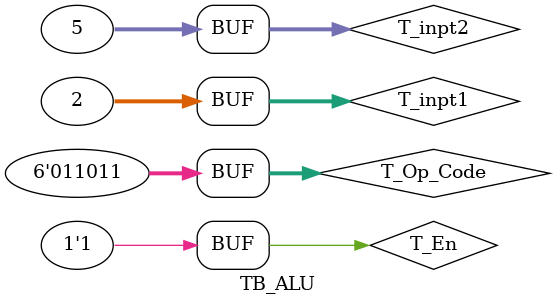
<source format=v>
`timescale 1ns/1ns
module TB_ALU;
	
	reg		[31:0]	T_inpt1;
	reg		[31:0]	T_inpt2;
	reg		[5:0]	T_Op_Code;
	reg 			T_En;
	
	wire	[31:0]	T_outpt;
	
	ALU	DUT(
		.inpt1		(T_inpt1),
		.inpt2		(T_inpt2),
		.outpt		(T_outpt),
		.Op_Code	(T_Op_Code),
		.En			(T_En));
	
	initial
	begin
		T_En = 1'b1;
		T_Op_Code = 6'b011000;
		T_inpt1 = 32'd2;
		T_inpt2 = 32'd5;
		#20;
		T_Op_Code = 6'b011001;
		#20;
		T_Op_Code = 6'b011010;
		#20;
		T_Op_Code = 6'b011011;
		#20;
	end
endmodule

// run 80ns //

</source>
